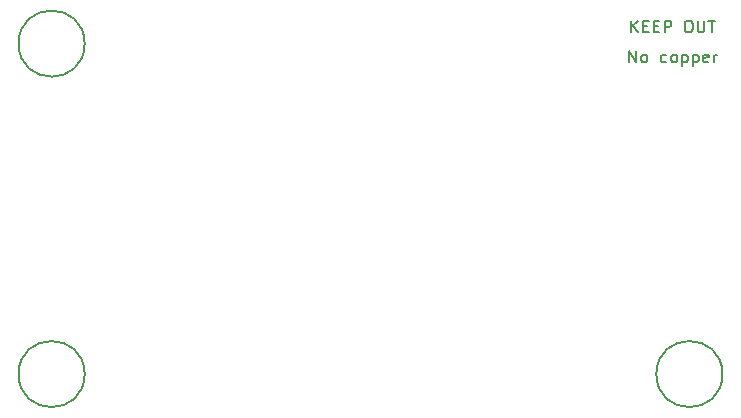
<source format=gbr>
%TF.GenerationSoftware,KiCad,Pcbnew,8.0.7*%
%TF.CreationDate,2025-02-17T10:06:15+01:00*%
%TF.ProjectId,Mail-box,4d61696c-2d62-46f7-982e-6b696361645f,rev?*%
%TF.SameCoordinates,Original*%
%TF.FileFunction,Other,Comment*%
%FSLAX46Y46*%
G04 Gerber Fmt 4.6, Leading zero omitted, Abs format (unit mm)*
G04 Created by KiCad (PCBNEW 8.0.7) date 2025-02-17 10:06:15*
%MOMM*%
%LPD*%
G01*
G04 APERTURE LIST*
%ADD10C,0.150000*%
G04 APERTURE END LIST*
D10*
X142478809Y-83284819D02*
X142478809Y-82284819D01*
X143050237Y-83284819D02*
X142621666Y-82713390D01*
X143050237Y-82284819D02*
X142478809Y-82856247D01*
X143478809Y-82761009D02*
X143812142Y-82761009D01*
X143954999Y-83284819D02*
X143478809Y-83284819D01*
X143478809Y-83284819D02*
X143478809Y-82284819D01*
X143478809Y-82284819D02*
X143954999Y-82284819D01*
X144383571Y-82761009D02*
X144716904Y-82761009D01*
X144859761Y-83284819D02*
X144383571Y-83284819D01*
X144383571Y-83284819D02*
X144383571Y-82284819D01*
X144383571Y-82284819D02*
X144859761Y-82284819D01*
X145288333Y-83284819D02*
X145288333Y-82284819D01*
X145288333Y-82284819D02*
X145669285Y-82284819D01*
X145669285Y-82284819D02*
X145764523Y-82332438D01*
X145764523Y-82332438D02*
X145812142Y-82380057D01*
X145812142Y-82380057D02*
X145859761Y-82475295D01*
X145859761Y-82475295D02*
X145859761Y-82618152D01*
X145859761Y-82618152D02*
X145812142Y-82713390D01*
X145812142Y-82713390D02*
X145764523Y-82761009D01*
X145764523Y-82761009D02*
X145669285Y-82808628D01*
X145669285Y-82808628D02*
X145288333Y-82808628D01*
X147240714Y-82284819D02*
X147431190Y-82284819D01*
X147431190Y-82284819D02*
X147526428Y-82332438D01*
X147526428Y-82332438D02*
X147621666Y-82427676D01*
X147621666Y-82427676D02*
X147669285Y-82618152D01*
X147669285Y-82618152D02*
X147669285Y-82951485D01*
X147669285Y-82951485D02*
X147621666Y-83141961D01*
X147621666Y-83141961D02*
X147526428Y-83237200D01*
X147526428Y-83237200D02*
X147431190Y-83284819D01*
X147431190Y-83284819D02*
X147240714Y-83284819D01*
X147240714Y-83284819D02*
X147145476Y-83237200D01*
X147145476Y-83237200D02*
X147050238Y-83141961D01*
X147050238Y-83141961D02*
X147002619Y-82951485D01*
X147002619Y-82951485D02*
X147002619Y-82618152D01*
X147002619Y-82618152D02*
X147050238Y-82427676D01*
X147050238Y-82427676D02*
X147145476Y-82332438D01*
X147145476Y-82332438D02*
X147240714Y-82284819D01*
X148097857Y-82284819D02*
X148097857Y-83094342D01*
X148097857Y-83094342D02*
X148145476Y-83189580D01*
X148145476Y-83189580D02*
X148193095Y-83237200D01*
X148193095Y-83237200D02*
X148288333Y-83284819D01*
X148288333Y-83284819D02*
X148478809Y-83284819D01*
X148478809Y-83284819D02*
X148574047Y-83237200D01*
X148574047Y-83237200D02*
X148621666Y-83189580D01*
X148621666Y-83189580D02*
X148669285Y-83094342D01*
X148669285Y-83094342D02*
X148669285Y-82284819D01*
X149002619Y-82284819D02*
X149574047Y-82284819D01*
X149288333Y-83284819D02*
X149288333Y-82284819D01*
X142312142Y-85824819D02*
X142312142Y-84824819D01*
X142312142Y-84824819D02*
X142883570Y-85824819D01*
X142883570Y-85824819D02*
X142883570Y-84824819D01*
X143502618Y-85824819D02*
X143407380Y-85777200D01*
X143407380Y-85777200D02*
X143359761Y-85729580D01*
X143359761Y-85729580D02*
X143312142Y-85634342D01*
X143312142Y-85634342D02*
X143312142Y-85348628D01*
X143312142Y-85348628D02*
X143359761Y-85253390D01*
X143359761Y-85253390D02*
X143407380Y-85205771D01*
X143407380Y-85205771D02*
X143502618Y-85158152D01*
X143502618Y-85158152D02*
X143645475Y-85158152D01*
X143645475Y-85158152D02*
X143740713Y-85205771D01*
X143740713Y-85205771D02*
X143788332Y-85253390D01*
X143788332Y-85253390D02*
X143835951Y-85348628D01*
X143835951Y-85348628D02*
X143835951Y-85634342D01*
X143835951Y-85634342D02*
X143788332Y-85729580D01*
X143788332Y-85729580D02*
X143740713Y-85777200D01*
X143740713Y-85777200D02*
X143645475Y-85824819D01*
X143645475Y-85824819D02*
X143502618Y-85824819D01*
X145454999Y-85777200D02*
X145359761Y-85824819D01*
X145359761Y-85824819D02*
X145169285Y-85824819D01*
X145169285Y-85824819D02*
X145074047Y-85777200D01*
X145074047Y-85777200D02*
X145026428Y-85729580D01*
X145026428Y-85729580D02*
X144978809Y-85634342D01*
X144978809Y-85634342D02*
X144978809Y-85348628D01*
X144978809Y-85348628D02*
X145026428Y-85253390D01*
X145026428Y-85253390D02*
X145074047Y-85205771D01*
X145074047Y-85205771D02*
X145169285Y-85158152D01*
X145169285Y-85158152D02*
X145359761Y-85158152D01*
X145359761Y-85158152D02*
X145454999Y-85205771D01*
X146026428Y-85824819D02*
X145931190Y-85777200D01*
X145931190Y-85777200D02*
X145883571Y-85729580D01*
X145883571Y-85729580D02*
X145835952Y-85634342D01*
X145835952Y-85634342D02*
X145835952Y-85348628D01*
X145835952Y-85348628D02*
X145883571Y-85253390D01*
X145883571Y-85253390D02*
X145931190Y-85205771D01*
X145931190Y-85205771D02*
X146026428Y-85158152D01*
X146026428Y-85158152D02*
X146169285Y-85158152D01*
X146169285Y-85158152D02*
X146264523Y-85205771D01*
X146264523Y-85205771D02*
X146312142Y-85253390D01*
X146312142Y-85253390D02*
X146359761Y-85348628D01*
X146359761Y-85348628D02*
X146359761Y-85634342D01*
X146359761Y-85634342D02*
X146312142Y-85729580D01*
X146312142Y-85729580D02*
X146264523Y-85777200D01*
X146264523Y-85777200D02*
X146169285Y-85824819D01*
X146169285Y-85824819D02*
X146026428Y-85824819D01*
X146788333Y-85158152D02*
X146788333Y-86158152D01*
X146788333Y-85205771D02*
X146883571Y-85158152D01*
X146883571Y-85158152D02*
X147074047Y-85158152D01*
X147074047Y-85158152D02*
X147169285Y-85205771D01*
X147169285Y-85205771D02*
X147216904Y-85253390D01*
X147216904Y-85253390D02*
X147264523Y-85348628D01*
X147264523Y-85348628D02*
X147264523Y-85634342D01*
X147264523Y-85634342D02*
X147216904Y-85729580D01*
X147216904Y-85729580D02*
X147169285Y-85777200D01*
X147169285Y-85777200D02*
X147074047Y-85824819D01*
X147074047Y-85824819D02*
X146883571Y-85824819D01*
X146883571Y-85824819D02*
X146788333Y-85777200D01*
X147693095Y-85158152D02*
X147693095Y-86158152D01*
X147693095Y-85205771D02*
X147788333Y-85158152D01*
X147788333Y-85158152D02*
X147978809Y-85158152D01*
X147978809Y-85158152D02*
X148074047Y-85205771D01*
X148074047Y-85205771D02*
X148121666Y-85253390D01*
X148121666Y-85253390D02*
X148169285Y-85348628D01*
X148169285Y-85348628D02*
X148169285Y-85634342D01*
X148169285Y-85634342D02*
X148121666Y-85729580D01*
X148121666Y-85729580D02*
X148074047Y-85777200D01*
X148074047Y-85777200D02*
X147978809Y-85824819D01*
X147978809Y-85824819D02*
X147788333Y-85824819D01*
X147788333Y-85824819D02*
X147693095Y-85777200D01*
X148978809Y-85777200D02*
X148883571Y-85824819D01*
X148883571Y-85824819D02*
X148693095Y-85824819D01*
X148693095Y-85824819D02*
X148597857Y-85777200D01*
X148597857Y-85777200D02*
X148550238Y-85681961D01*
X148550238Y-85681961D02*
X148550238Y-85301009D01*
X148550238Y-85301009D02*
X148597857Y-85205771D01*
X148597857Y-85205771D02*
X148693095Y-85158152D01*
X148693095Y-85158152D02*
X148883571Y-85158152D01*
X148883571Y-85158152D02*
X148978809Y-85205771D01*
X148978809Y-85205771D02*
X149026428Y-85301009D01*
X149026428Y-85301009D02*
X149026428Y-85396247D01*
X149026428Y-85396247D02*
X148550238Y-85491485D01*
X149455000Y-85824819D02*
X149455000Y-85158152D01*
X149455000Y-85348628D02*
X149502619Y-85253390D01*
X149502619Y-85253390D02*
X149550238Y-85205771D01*
X149550238Y-85205771D02*
X149645476Y-85158152D01*
X149645476Y-85158152D02*
X149740714Y-85158152D01*
%TO.C,REF\u002A\u002A*%
X96195000Y-112215000D02*
G75*
G02*
X90595000Y-112215000I-2800000J0D01*
G01*
X90595000Y-112215000D02*
G75*
G02*
X96195000Y-112215000I2800000J0D01*
G01*
X96195000Y-84235000D02*
G75*
G02*
X90595000Y-84235000I-2800000J0D01*
G01*
X90595000Y-84235000D02*
G75*
G02*
X96195000Y-84235000I2800000J0D01*
G01*
X150195000Y-112215000D02*
G75*
G02*
X144595000Y-112215000I-2800000J0D01*
G01*
X144595000Y-112215000D02*
G75*
G02*
X150195000Y-112215000I2800000J0D01*
G01*
%TD*%
M02*

</source>
